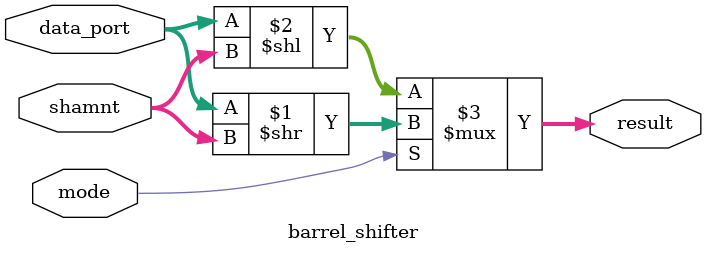
<source format=v>
`ifndef BARREL_SHIFTER_V
`define BARREL_SHIFTER_V

module barrel_shifter(
  data_port,
  shamnt,
  mode,
  result
);

  input  wire mode;
  input  wire[31:0] data_port;
  input  wire[4:0] shamnt;
  output wire[31:0] result;

  assign result = (mode) ? data_port >> shamnt : data_port << shamnt;

endmodule

`endif
</source>
